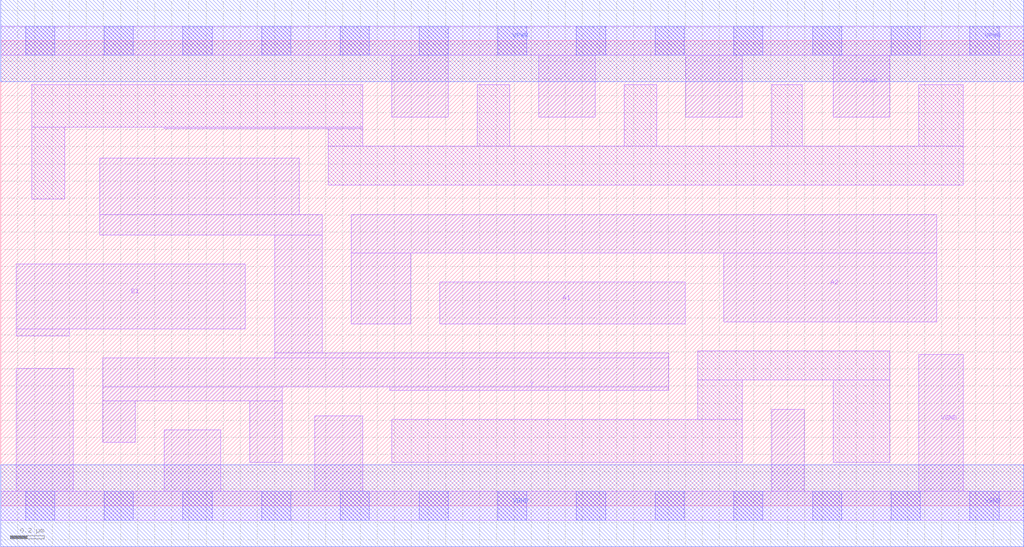
<source format=lef>
# Copyright 2020 The SkyWater PDK Authors
#
# Licensed under the Apache License, Version 2.0 (the "License");
# you may not use this file except in compliance with the License.
# You may obtain a copy of the License at
#
#     https://www.apache.org/licenses/LICENSE-2.0
#
# Unless required by applicable law or agreed to in writing, software
# distributed under the License is distributed on an "AS IS" BASIS,
# WITHOUT WARRANTIES OR CONDITIONS OF ANY KIND, either express or implied.
# See the License for the specific language governing permissions and
# limitations under the License.
#
# SPDX-License-Identifier: Apache-2.0

VERSION 5.7 ;
  NAMESCASESENSITIVE ON ;
  NOWIREEXTENSIONATPIN ON ;
  DIVIDERCHAR "/" ;
  BUSBITCHARS "[]" ;
UNITS
  DATABASE MICRONS 200 ;
END UNITS
MACRO sky130_fd_sc_hd__a21oi_4
  CLASS CORE ;
  SOURCE USER ;
  FOREIGN sky130_fd_sc_hd__a21oi_4 ;
  ORIGIN  0.000000  0.000000 ;
  SIZE  5.980000 BY  2.720000 ;
  SYMMETRY X Y R90 ;
  SITE unithd ;
  PIN A1
    ANTENNAGATEAREA  0.990000 ;
    DIRECTION INPUT ;
    USE SIGNAL ;
    PORT
      LAYER li1 ;
        RECT 2.565000 1.065000 4.000000 1.310000 ;
    END
  END A1
  PIN A2
    ANTENNAGATEAREA  0.990000 ;
    DIRECTION INPUT ;
    USE SIGNAL ;
    PORT
      LAYER li1 ;
        RECT 2.050000 1.065000 2.395000 1.480000 ;
        RECT 2.050000 1.480000 5.470000 1.705000 ;
        RECT 4.225000 1.075000 5.470000 1.480000 ;
    END
  END A2
  PIN B1
    ANTENNAGATEAREA  0.990000 ;
    DIRECTION INPUT ;
    USE SIGNAL ;
    PORT
      LAYER li1 ;
        RECT 0.090000 0.995000 0.400000 1.035000 ;
        RECT 0.090000 1.035000 1.430000 1.415000 ;
    END
  END B1
  PIN Y
    ANTENNADIFFAREA  1.288000 ;
    DIRECTION OUTPUT ;
    USE SIGNAL ;
    PORT
      LAYER li1 ;
        RECT 0.580000 1.585000 1.880000 1.705000 ;
        RECT 0.580000 1.705000 1.745000 2.035000 ;
        RECT 0.595000 0.370000 0.785000 0.615000 ;
        RECT 0.595000 0.615000 1.645000 0.695000 ;
        RECT 0.595000 0.695000 3.905000 0.865000 ;
        RECT 1.455000 0.255000 1.645000 0.615000 ;
        RECT 1.600000 0.865000 3.905000 0.895000 ;
        RECT 1.600000 0.895000 1.880000 1.585000 ;
        RECT 2.275000 0.675000 3.905000 0.695000 ;
    END
  END Y
  PIN VGND
    DIRECTION INOUT ;
    SHAPE ABUTMENT ;
    USE GROUND ;
    PORT
      LAYER li1 ;
        RECT 0.000000 -0.085000 5.980000 0.085000 ;
        RECT 0.090000  0.085000 0.425000 0.805000 ;
        RECT 0.955000  0.085000 1.285000 0.445000 ;
        RECT 1.835000  0.085000 2.115000 0.525000 ;
        RECT 4.505000  0.085000 4.695000 0.565000 ;
        RECT 5.365000  0.085000 5.625000 0.885000 ;
      LAYER mcon ;
        RECT 0.145000 -0.085000 0.315000 0.085000 ;
        RECT 0.605000 -0.085000 0.775000 0.085000 ;
        RECT 1.065000 -0.085000 1.235000 0.085000 ;
        RECT 1.525000 -0.085000 1.695000 0.085000 ;
        RECT 1.985000 -0.085000 2.155000 0.085000 ;
        RECT 2.445000 -0.085000 2.615000 0.085000 ;
        RECT 2.905000 -0.085000 3.075000 0.085000 ;
        RECT 3.365000 -0.085000 3.535000 0.085000 ;
        RECT 3.825000 -0.085000 3.995000 0.085000 ;
        RECT 4.285000 -0.085000 4.455000 0.085000 ;
        RECT 4.745000 -0.085000 4.915000 0.085000 ;
        RECT 5.205000 -0.085000 5.375000 0.085000 ;
        RECT 5.665000 -0.085000 5.835000 0.085000 ;
      LAYER met1 ;
        RECT 0.000000 -0.240000 5.980000 0.240000 ;
    END
  END VGND
  PIN VPWR
    DIRECTION INOUT ;
    SHAPE ABUTMENT ;
    USE POWER ;
    PORT
      LAYER li1 ;
        RECT 0.000000 2.635000 5.980000 2.805000 ;
        RECT 2.285000 2.275000 2.615000 2.635000 ;
        RECT 3.145000 2.275000 3.475000 2.635000 ;
        RECT 4.005000 2.275000 4.335000 2.635000 ;
        RECT 4.865000 2.275000 5.195000 2.635000 ;
      LAYER mcon ;
        RECT 0.145000 2.635000 0.315000 2.805000 ;
        RECT 0.605000 2.635000 0.775000 2.805000 ;
        RECT 1.065000 2.635000 1.235000 2.805000 ;
        RECT 1.525000 2.635000 1.695000 2.805000 ;
        RECT 1.985000 2.635000 2.155000 2.805000 ;
        RECT 2.445000 2.635000 2.615000 2.805000 ;
        RECT 2.905000 2.635000 3.075000 2.805000 ;
        RECT 3.365000 2.635000 3.535000 2.805000 ;
        RECT 3.825000 2.635000 3.995000 2.805000 ;
        RECT 4.285000 2.635000 4.455000 2.805000 ;
        RECT 4.745000 2.635000 4.915000 2.805000 ;
        RECT 5.205000 2.635000 5.375000 2.805000 ;
        RECT 5.665000 2.635000 5.835000 2.805000 ;
      LAYER met1 ;
        RECT 0.000000 2.480000 5.980000 2.960000 ;
    END
  END VPWR
  OBS
    LAYER li1 ;
      RECT 0.180000 1.795000 0.375000 2.215000 ;
      RECT 0.180000 2.215000 2.115000 2.465000 ;
      RECT 0.955000 2.205000 2.115000 2.215000 ;
      RECT 1.915000 1.875000 5.625000 2.105000 ;
      RECT 1.915000 2.105000 2.115000 2.205000 ;
      RECT 2.285000 0.255000 4.335000 0.505000 ;
      RECT 2.785000 2.105000 2.975000 2.465000 ;
      RECT 3.645000 2.105000 3.835000 2.465000 ;
      RECT 4.075000 0.505000 4.335000 0.735000 ;
      RECT 4.075000 0.735000 5.195000 0.905000 ;
      RECT 4.505000 2.105000 4.685000 2.465000 ;
      RECT 4.865000 0.255000 5.195000 0.735000 ;
      RECT 5.365000 2.105000 5.625000 2.465000 ;
  END
END sky130_fd_sc_hd__a21oi_4

</source>
